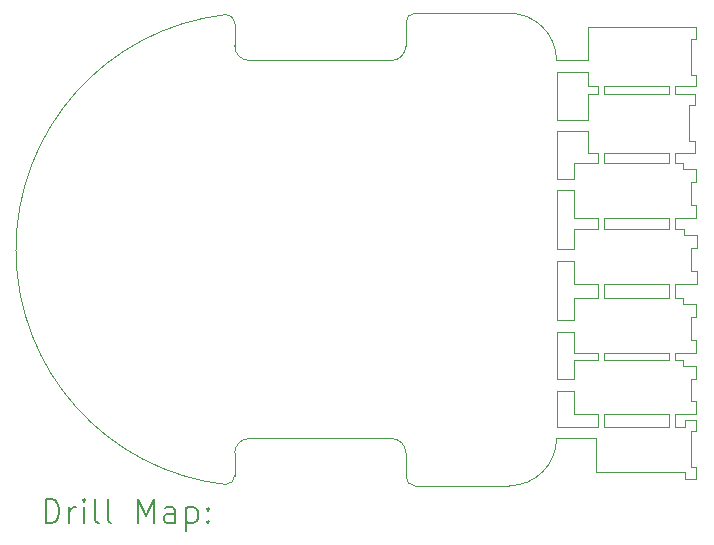
<source format=gbr>
%TF.GenerationSoftware,KiCad,Pcbnew,6.0.7-f9a2dced07~116~ubuntu20.04.1*%
%TF.CreationDate,2022-08-28T21:07:57+05:30*%
%TF.ProjectId,mushak_pcb,6d757368-616b-45f7-9063-622e6b696361,rev?*%
%TF.SameCoordinates,Original*%
%TF.FileFunction,Drillmap*%
%TF.FilePolarity,Positive*%
%FSLAX45Y45*%
G04 Gerber Fmt 4.5, Leading zero omitted, Abs format (unit mm)*
G04 Created by KiCad (PCBNEW 6.0.7-f9a2dced07~116~ubuntu20.04.1) date 2022-08-28 21:07:57*
%MOMM*%
%LPD*%
G01*
G04 APERTURE LIST*
%ADD10C,0.100000*%
%ADD11C,0.200000*%
G04 APERTURE END LIST*
D10*
X19400000Y-9100000D02*
X19550000Y-9100000D01*
X19400000Y-8600000D02*
X19400000Y-8200000D01*
X20405000Y-8380000D02*
X20575000Y-8380000D01*
X19545000Y-9990000D02*
X19755000Y-9990000D01*
X19550000Y-10900000D02*
X19550000Y-11095000D01*
X20485000Y-11580000D02*
X19735000Y-11580000D01*
X19550000Y-9430000D02*
X19755000Y-9430000D01*
X20480000Y-9580000D02*
X20480000Y-9525000D01*
X19400000Y-10800000D02*
X19550000Y-10800000D01*
X19000000Y-11700000D02*
X18200000Y-11700000D01*
X16800000Y-8100000D02*
X18000000Y-8100000D01*
X20535000Y-10795000D02*
X20535000Y-10985000D01*
X19400000Y-10300000D02*
X19400000Y-9800000D01*
X20535000Y-10985000D02*
X20585000Y-10985000D01*
X19400000Y-8100000D02*
X19665000Y-8100000D01*
X19735000Y-11200000D02*
X19755000Y-11200000D01*
X20585000Y-10275000D02*
X20585000Y-10165000D01*
X19755000Y-9990000D02*
X19755000Y-10115000D01*
X20585000Y-9130000D02*
X20585000Y-9020000D01*
X20535000Y-8220000D02*
X20535000Y-7920000D01*
X16675000Y-11615000D02*
X16675000Y-11420000D01*
X20405000Y-8880000D02*
X20405000Y-8965000D01*
X20585000Y-8320000D02*
X20585000Y-8220000D01*
X20475000Y-9020000D02*
X20475000Y-8970000D01*
X19400000Y-10800000D02*
X19400000Y-10400000D01*
X19805000Y-10635000D02*
X20355000Y-10635000D01*
X18200000Y-7700000D02*
G75*
G03*
X18125000Y-7775000I0J-75000D01*
G01*
X20590000Y-9990000D02*
X20590000Y-9880000D01*
X20475000Y-10685000D02*
X20475000Y-10635000D01*
X20585000Y-10795000D02*
X20535000Y-10795000D01*
X20405000Y-10115000D02*
X20475000Y-10115000D01*
X20535000Y-7920000D02*
X20585000Y-7920000D01*
X18125000Y-7975000D02*
X18125000Y-7775000D01*
X19000000Y-11700000D02*
G75*
G03*
X19400000Y-11300000I0J400000D01*
G01*
X19400000Y-9197500D02*
X19550000Y-9197500D01*
X19805000Y-8320000D02*
X19805000Y-8380000D01*
X19545000Y-10575000D02*
X19755000Y-10575000D01*
X18125000Y-11425000D02*
G75*
G03*
X18000000Y-11300000I-125000J0D01*
G01*
X19665000Y-8880000D02*
X19755000Y-8880000D01*
X20480000Y-9990000D02*
X20590000Y-9990000D01*
X20405000Y-9525000D02*
X20480000Y-9525000D01*
X20475000Y-10115000D02*
X20475000Y-10120000D01*
X20355000Y-8880000D02*
X19805000Y-8880000D01*
X20590000Y-9580000D02*
X20480000Y-9580000D01*
X19755000Y-8880000D02*
X19755000Y-8965000D01*
X20535000Y-10465000D02*
X20535000Y-10275000D01*
X20585000Y-7920000D02*
X20585000Y-7820000D01*
X19400000Y-8100000D02*
G75*
G03*
X19000000Y-7700000I-400000J0D01*
G01*
X20585000Y-10465000D02*
X20535000Y-10465000D01*
X19400000Y-11200000D02*
X19735000Y-11200000D01*
X20405000Y-10575000D02*
X20405000Y-10635000D01*
X20585000Y-9020000D02*
X20475000Y-9020000D01*
X18000000Y-8100000D02*
G75*
G03*
X18125000Y-7975000I0J125000D01*
G01*
X19545000Y-9800000D02*
X19545000Y-9990000D01*
X19805000Y-11200000D02*
X20355000Y-11200000D01*
X19755000Y-11095000D02*
X19755000Y-11200000D01*
X19400000Y-9700000D02*
X19545000Y-9700000D01*
X19665000Y-8380000D02*
X19665000Y-8600000D01*
X20405000Y-11095000D02*
X20585000Y-11095000D01*
X20355000Y-9990000D02*
X20355000Y-10115000D01*
X19550000Y-9197500D02*
X19550000Y-9430000D01*
X16675000Y-7975000D02*
X16675000Y-7788033D01*
X19550000Y-10635000D02*
X19755000Y-10635000D01*
X19665000Y-8200000D02*
X19665000Y-8320000D01*
X19400000Y-9700000D02*
X19400000Y-9197500D01*
X20585000Y-10685000D02*
X20475000Y-10685000D01*
X20485000Y-11200000D02*
X20485000Y-11140000D01*
X16590000Y-7713033D02*
G75*
G03*
X16600000Y-11690000I235075J-1987905D01*
G01*
X20535000Y-11240000D02*
X20535000Y-11520000D01*
X20540000Y-9880000D02*
X20540000Y-9690000D01*
X19550000Y-10635000D02*
X19550000Y-10800000D01*
X18125000Y-11625000D02*
G75*
G03*
X18200000Y-11700000I75000J0D01*
G01*
X20485000Y-11140000D02*
X20585000Y-11140000D01*
X20585000Y-7820000D02*
X19665000Y-7820000D01*
X19805000Y-9430000D02*
X19805000Y-9525000D01*
X19805000Y-10115000D02*
X20355000Y-10115000D01*
X20590000Y-9690000D02*
X20590000Y-9580000D01*
X20405000Y-9990000D02*
X20405000Y-10115000D01*
X20405000Y-9430000D02*
X20585000Y-9430000D01*
X19755000Y-10575000D02*
X19755000Y-10635000D01*
X20355000Y-8320000D02*
X20355000Y-8380000D01*
X20355000Y-9525000D02*
X19805000Y-9525000D01*
X19755000Y-9525000D02*
X19545000Y-9525000D01*
X19400000Y-10900000D02*
X19550000Y-10900000D01*
X20535000Y-9320000D02*
X20585000Y-9320000D01*
X20585000Y-11140000D02*
X20585000Y-11240000D01*
X20585000Y-10575000D02*
X20585000Y-10465000D01*
X20405000Y-9430000D02*
X20405000Y-9525000D01*
X20485000Y-11640000D02*
X20485000Y-11580000D01*
X19400000Y-8200000D02*
X19665000Y-8200000D01*
X20525000Y-8770000D02*
X20525000Y-8480000D01*
X20405000Y-9990000D02*
X20480000Y-9990000D01*
X18200000Y-7700000D02*
X19000000Y-7700000D01*
X20585000Y-11640000D02*
X20485000Y-11640000D01*
X19805000Y-9430000D02*
X20355000Y-9430000D01*
X20405000Y-10575000D02*
X20475000Y-10575000D01*
X19400000Y-9100000D02*
X19400000Y-8700000D01*
X19545000Y-10400000D02*
X19545000Y-10575000D01*
X20575000Y-8880000D02*
X20575000Y-8780000D01*
X20405000Y-8880000D02*
X20575000Y-8880000D01*
X20475000Y-10575000D02*
X20585000Y-10575000D01*
X19735000Y-11300000D02*
X19735000Y-11580000D01*
X19805000Y-10575000D02*
X20355000Y-10575000D01*
X20585000Y-9320000D02*
X20585000Y-9430000D01*
X19755000Y-8965000D02*
X19550000Y-8965000D01*
X19805000Y-11095000D02*
X20355000Y-11095000D01*
X19400000Y-10300000D02*
X19545000Y-10300000D01*
X19665000Y-8320000D02*
X19755000Y-8320000D01*
X20405000Y-8320000D02*
X20405000Y-8380000D01*
X19805000Y-9990000D02*
X20355000Y-9990000D01*
X19545000Y-10115000D02*
X19545000Y-10300000D01*
X20475000Y-8970000D02*
X20475000Y-8965000D01*
X20535000Y-11520000D02*
X20535000Y-11540000D01*
X20355000Y-8380000D02*
X19805000Y-8380000D01*
X19805000Y-11095000D02*
X19805000Y-11200000D01*
X20590000Y-9880000D02*
X20540000Y-9880000D01*
X16600000Y-11690000D02*
G75*
G03*
X16675000Y-11615000I0J75000D01*
G01*
X20535000Y-11540000D02*
X20585000Y-11540000D01*
X20585000Y-11240000D02*
X20535000Y-11240000D01*
X20405000Y-11200000D02*
X20485000Y-11200000D01*
X20355000Y-8880000D02*
X20355000Y-8965000D01*
X19400000Y-11300000D02*
X19735000Y-11300000D01*
X20355000Y-11095000D02*
X20355000Y-11200000D01*
X20405000Y-8320000D02*
X20585000Y-8320000D01*
X20355000Y-9430000D02*
X20355000Y-9525000D01*
X19805000Y-10575000D02*
X19805000Y-10635000D01*
X20405000Y-11095000D02*
X20405000Y-11200000D01*
X20585000Y-8220000D02*
X20535000Y-8220000D01*
X20585000Y-10985000D02*
X20585000Y-11095000D01*
X19545000Y-9525000D02*
X19545000Y-9700000D01*
X20405000Y-8965000D02*
X20475000Y-8965000D01*
X20475000Y-10165000D02*
X20475000Y-10120000D01*
X19805000Y-8320000D02*
X20355000Y-8320000D01*
X19400000Y-9800000D02*
X19545000Y-9800000D01*
X19400000Y-8700000D02*
X19665000Y-8700000D01*
X20405000Y-10635000D02*
X20475000Y-10635000D01*
X20525000Y-8770000D02*
X20525000Y-8780000D01*
X19755000Y-8320000D02*
X19755000Y-8380000D01*
X20585000Y-10165000D02*
X20475000Y-10165000D01*
X18125000Y-11425000D02*
X18125000Y-11625000D01*
X19755000Y-9430000D02*
X19755000Y-9525000D01*
X20535000Y-9130000D02*
X20585000Y-9130000D01*
X20355000Y-10575000D02*
X20355000Y-10635000D01*
X19665000Y-7820000D02*
X19665000Y-8100000D01*
X19550000Y-8965000D02*
X19550000Y-9100000D01*
X20535000Y-9320000D02*
X20535000Y-9130000D01*
X19755000Y-8380000D02*
X19665000Y-8380000D01*
X20525000Y-8780000D02*
X20575000Y-8780000D01*
X19545000Y-10115000D02*
X19755000Y-10115000D01*
X19805000Y-9990000D02*
X19805000Y-10115000D01*
X20575000Y-8380000D02*
X20575000Y-8480000D01*
X16800000Y-11299996D02*
G75*
G03*
X16675000Y-11420000I0J-125104D01*
G01*
X19805000Y-8880000D02*
X19805000Y-8965000D01*
X20525000Y-8480000D02*
X20575000Y-8480000D01*
X20585000Y-11540000D02*
X20585000Y-11640000D01*
X16674995Y-7788033D02*
G75*
G03*
X16590000Y-7713033I-75585J3D01*
G01*
X19400000Y-8600000D02*
X19665000Y-8600000D01*
X16800000Y-11300000D02*
X18000000Y-11300000D01*
X19400000Y-11200000D02*
X19400000Y-10900000D01*
X20540000Y-9690000D02*
X20590000Y-9690000D01*
X16675000Y-7975000D02*
G75*
G03*
X16800000Y-8100000I125000J0D01*
G01*
X20535000Y-10275000D02*
X20585000Y-10275000D01*
X19400000Y-10400000D02*
X19545000Y-10400000D01*
X19665000Y-8700000D02*
X19665000Y-8880000D01*
X20355000Y-8965000D02*
X19805000Y-8965000D01*
X19550000Y-11095000D02*
X19755000Y-11095000D01*
X20585000Y-10685000D02*
X20585000Y-10795000D01*
D11*
X15075938Y-12015476D02*
X15075938Y-11815476D01*
X15123557Y-11815476D01*
X15152129Y-11825000D01*
X15171176Y-11844048D01*
X15180700Y-11863095D01*
X15190224Y-11901190D01*
X15190224Y-11929762D01*
X15180700Y-11967857D01*
X15171176Y-11986905D01*
X15152129Y-12005952D01*
X15123557Y-12015476D01*
X15075938Y-12015476D01*
X15275938Y-12015476D02*
X15275938Y-11882143D01*
X15275938Y-11920238D02*
X15285462Y-11901190D01*
X15294986Y-11891667D01*
X15314033Y-11882143D01*
X15333081Y-11882143D01*
X15399748Y-12015476D02*
X15399748Y-11882143D01*
X15399748Y-11815476D02*
X15390224Y-11825000D01*
X15399748Y-11834524D01*
X15409271Y-11825000D01*
X15399748Y-11815476D01*
X15399748Y-11834524D01*
X15523557Y-12015476D02*
X15504510Y-12005952D01*
X15494986Y-11986905D01*
X15494986Y-11815476D01*
X15628319Y-12015476D02*
X15609271Y-12005952D01*
X15599748Y-11986905D01*
X15599748Y-11815476D01*
X15856891Y-12015476D02*
X15856891Y-11815476D01*
X15923557Y-11958333D01*
X15990224Y-11815476D01*
X15990224Y-12015476D01*
X16171176Y-12015476D02*
X16171176Y-11910714D01*
X16161652Y-11891667D01*
X16142605Y-11882143D01*
X16104510Y-11882143D01*
X16085462Y-11891667D01*
X16171176Y-12005952D02*
X16152129Y-12015476D01*
X16104510Y-12015476D01*
X16085462Y-12005952D01*
X16075938Y-11986905D01*
X16075938Y-11967857D01*
X16085462Y-11948809D01*
X16104510Y-11939286D01*
X16152129Y-11939286D01*
X16171176Y-11929762D01*
X16266414Y-11882143D02*
X16266414Y-12082143D01*
X16266414Y-11891667D02*
X16285462Y-11882143D01*
X16323557Y-11882143D01*
X16342605Y-11891667D01*
X16352129Y-11901190D01*
X16361652Y-11920238D01*
X16361652Y-11977381D01*
X16352129Y-11996428D01*
X16342605Y-12005952D01*
X16323557Y-12015476D01*
X16285462Y-12015476D01*
X16266414Y-12005952D01*
X16447367Y-11996428D02*
X16456891Y-12005952D01*
X16447367Y-12015476D01*
X16437843Y-12005952D01*
X16447367Y-11996428D01*
X16447367Y-12015476D01*
X16447367Y-11891667D02*
X16456891Y-11901190D01*
X16447367Y-11910714D01*
X16437843Y-11901190D01*
X16447367Y-11891667D01*
X16447367Y-11910714D01*
M02*

</source>
